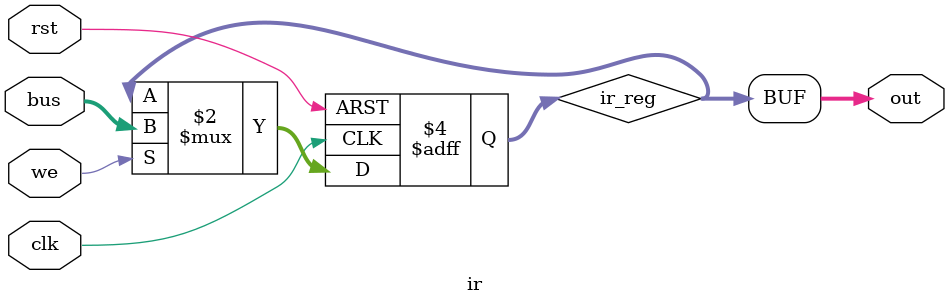
<source format=v>
/*
 * This file is part of heichips25_sap3, licensed under the Apache License, Version 2.0.
 * See the LICENSE file in the project root for full license text.
 *
 * Portions of this file are derived from the SAP processor implementation
 * by Austin Morlan, licensed under the MIT License (MIT).
 * See the LICENSE file in the project root for the full MIT License text.
 *
 * Modifications © [2025] [Moritz Schridde, Enrica Schmidt, Philippos Papaphilippou, Deepak Bathija, Malte Bauer]
 */

module ir(
	input clk,
	input rst,
	input we,
	input[7:0] bus,
	output[7:0] out
);

reg[7:0] ir_reg;

always @(posedge clk, posedge rst) begin
	if (rst) begin
		ir_reg <= 8'b0;
	end else if (we) begin
		ir_reg <= bus;
	end
end

assign out = ir_reg;

endmodule


</source>
